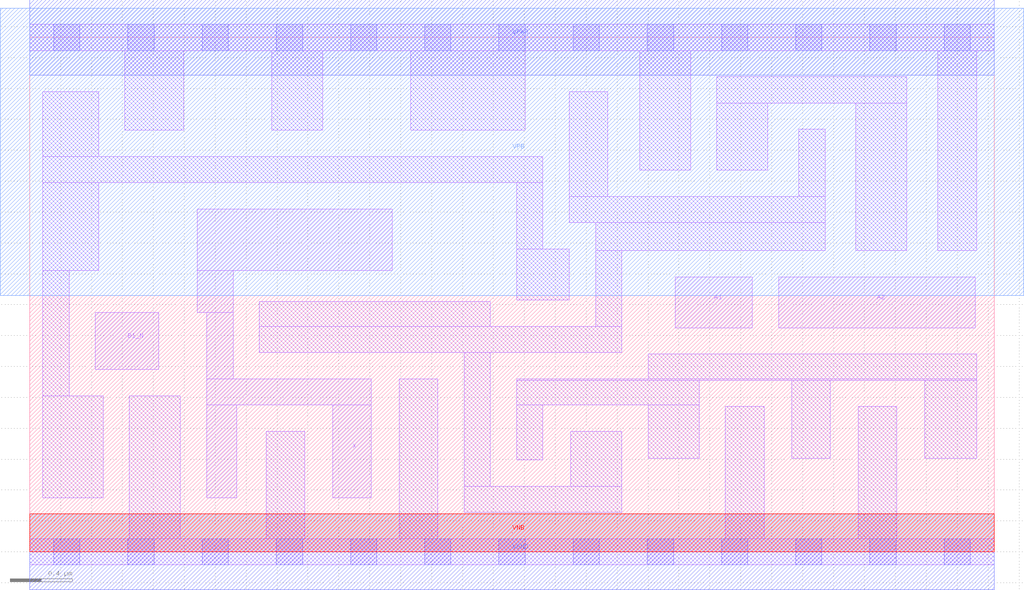
<source format=lef>
# Copyright 2020 The SkyWater PDK Authors
#
# Licensed under the Apache License, Version 2.0 (the "License");
# you may not use this file except in compliance with the License.
# You may obtain a copy of the License at
#
#     https://www.apache.org/licenses/LICENSE-2.0
#
# Unless required by applicable law or agreed to in writing, software
# distributed under the License is distributed on an "AS IS" BASIS,
# WITHOUT WARRANTIES OR CONDITIONS OF ANY KIND, either express or implied.
# See the License for the specific language governing permissions and
# limitations under the License.
#
# SPDX-License-Identifier: Apache-2.0

VERSION 5.7 ;
  NOWIREEXTENSIONATPIN ON ;
  DIVIDERCHAR "/" ;
  BUSBITCHARS "[]" ;
MACRO sky130_fd_sc_hs__o21ba_4
  CLASS CORE ;
  FOREIGN sky130_fd_sc_hs__o21ba_4 ;
  ORIGIN  0.000000  0.000000 ;
  SIZE  6.240000 BY  3.330000 ;
  SYMMETRY X Y ;
  SITE unit ;
  PIN A1
    ANTENNAGATEAREA  0.492000 ;
    DIRECTION INPUT ;
    USE SIGNAL ;
    PORT
      LAYER li1 ;
        RECT 4.175000 1.450000 4.675000 1.780000 ;
    END
  END A1
  PIN A2
    ANTENNAGATEAREA  0.492000 ;
    DIRECTION INPUT ;
    USE SIGNAL ;
    PORT
      LAYER li1 ;
        RECT 4.845000 1.450000 6.115000 1.780000 ;
    END
  END A2
  PIN B1_N
    ANTENNAGATEAREA  0.279000 ;
    DIRECTION INPUT ;
    USE SIGNAL ;
    PORT
      LAYER li1 ;
        RECT 0.425000 1.180000 0.835000 1.550000 ;
    END
  END B1_N
  PIN X
    ANTENNADIFFAREA  1.093800 ;
    DIRECTION OUTPUT ;
    USE SIGNAL ;
    PORT
      LAYER li1 ;
        RECT 1.085000 1.550000 1.315000 1.820000 ;
        RECT 1.085000 1.820000 2.345000 2.220000 ;
        RECT 1.145000 0.350000 1.340000 0.950000 ;
        RECT 1.145000 0.950000 2.210000 1.120000 ;
        RECT 1.145000 1.120000 1.315000 1.550000 ;
        RECT 1.960000 0.350000 2.210000 0.950000 ;
    END
  END X
  PIN VGND
    DIRECTION INOUT ;
    USE GROUND ;
    PORT
      LAYER met1 ;
        RECT 0.000000 -0.245000 6.240000 0.245000 ;
    END
  END VGND
  PIN VNB
    DIRECTION INOUT ;
    USE GROUND ;
    PORT
      LAYER pwell ;
        RECT 0.000000 0.000000 6.240000 0.245000 ;
    END
  END VNB
  PIN VPB
    DIRECTION INOUT ;
    USE POWER ;
    PORT
      LAYER nwell ;
        RECT -0.190000 1.660000 6.430000 3.520000 ;
    END
  END VPB
  PIN VPWR
    DIRECTION INOUT ;
    USE POWER ;
    PORT
      LAYER met1 ;
        RECT 0.000000 3.085000 6.240000 3.575000 ;
    END
  END VPWR
  OBS
    LAYER li1 ;
      RECT 0.000000 -0.085000 6.240000 0.085000 ;
      RECT 0.000000  3.245000 6.240000 3.415000 ;
      RECT 0.085000  0.350000 0.475000 1.010000 ;
      RECT 0.085000  1.010000 0.255000 1.820000 ;
      RECT 0.085000  1.820000 0.445000 2.390000 ;
      RECT 0.085000  2.390000 3.320000 2.560000 ;
      RECT 0.085000  2.560000 0.445000 2.980000 ;
      RECT 0.615000  2.730000 0.995000 3.245000 ;
      RECT 0.645000  0.085000 0.975000 1.010000 ;
      RECT 1.485000  1.290000 3.830000 1.460000 ;
      RECT 1.485000  1.460000 2.980000 1.620000 ;
      RECT 1.530000  0.085000 1.780000 0.780000 ;
      RECT 1.565000  2.730000 1.895000 3.245000 ;
      RECT 2.390000  0.085000 2.640000 1.120000 ;
      RECT 2.465000  2.730000 3.205000 3.245000 ;
      RECT 2.810000  0.255000 3.830000 0.425000 ;
      RECT 2.810000  0.425000 2.980000 1.290000 ;
      RECT 3.150000  0.595000 3.320000 0.950000 ;
      RECT 3.150000  0.950000 4.330000 1.110000 ;
      RECT 3.150000  1.110000 6.125000 1.120000 ;
      RECT 3.150000  1.630000 3.490000 1.960000 ;
      RECT 3.150000  1.960000 3.320000 2.390000 ;
      RECT 3.490000  2.130000 5.145000 2.300000 ;
      RECT 3.490000  2.300000 3.740000 2.980000 ;
      RECT 3.500000  0.425000 3.830000 0.780000 ;
      RECT 3.660000  1.460000 3.830000 1.950000 ;
      RECT 3.660000  1.950000 5.145000 2.130000 ;
      RECT 3.945000  2.470000 4.275000 3.245000 ;
      RECT 4.000000  0.605000 4.330000 0.950000 ;
      RECT 4.000000  1.120000 6.125000 1.280000 ;
      RECT 4.445000  2.470000 4.775000 2.905000 ;
      RECT 4.445000  2.905000 5.675000 3.075000 ;
      RECT 4.500000  0.085000 4.750000 0.940000 ;
      RECT 4.930000  0.605000 5.180000 1.110000 ;
      RECT 4.975000  2.300000 5.145000 2.735000 ;
      RECT 5.345000  1.950000 5.675000 2.905000 ;
      RECT 5.360000  0.085000 5.610000 0.940000 ;
      RECT 5.790000  0.605000 6.125000 1.110000 ;
      RECT 5.875000  1.950000 6.125000 3.245000 ;
    LAYER mcon ;
      RECT 0.155000 -0.085000 0.325000 0.085000 ;
      RECT 0.155000  3.245000 0.325000 3.415000 ;
      RECT 0.635000 -0.085000 0.805000 0.085000 ;
      RECT 0.635000  3.245000 0.805000 3.415000 ;
      RECT 1.115000 -0.085000 1.285000 0.085000 ;
      RECT 1.115000  3.245000 1.285000 3.415000 ;
      RECT 1.595000 -0.085000 1.765000 0.085000 ;
      RECT 1.595000  3.245000 1.765000 3.415000 ;
      RECT 2.075000 -0.085000 2.245000 0.085000 ;
      RECT 2.075000  3.245000 2.245000 3.415000 ;
      RECT 2.555000 -0.085000 2.725000 0.085000 ;
      RECT 2.555000  3.245000 2.725000 3.415000 ;
      RECT 3.035000 -0.085000 3.205000 0.085000 ;
      RECT 3.035000  3.245000 3.205000 3.415000 ;
      RECT 3.515000 -0.085000 3.685000 0.085000 ;
      RECT 3.515000  3.245000 3.685000 3.415000 ;
      RECT 3.995000 -0.085000 4.165000 0.085000 ;
      RECT 3.995000  3.245000 4.165000 3.415000 ;
      RECT 4.475000 -0.085000 4.645000 0.085000 ;
      RECT 4.475000  3.245000 4.645000 3.415000 ;
      RECT 4.955000 -0.085000 5.125000 0.085000 ;
      RECT 4.955000  3.245000 5.125000 3.415000 ;
      RECT 5.435000 -0.085000 5.605000 0.085000 ;
      RECT 5.435000  3.245000 5.605000 3.415000 ;
      RECT 5.915000 -0.085000 6.085000 0.085000 ;
      RECT 5.915000  3.245000 6.085000 3.415000 ;
  END
END sky130_fd_sc_hs__o21ba_4
END LIBRARY

</source>
